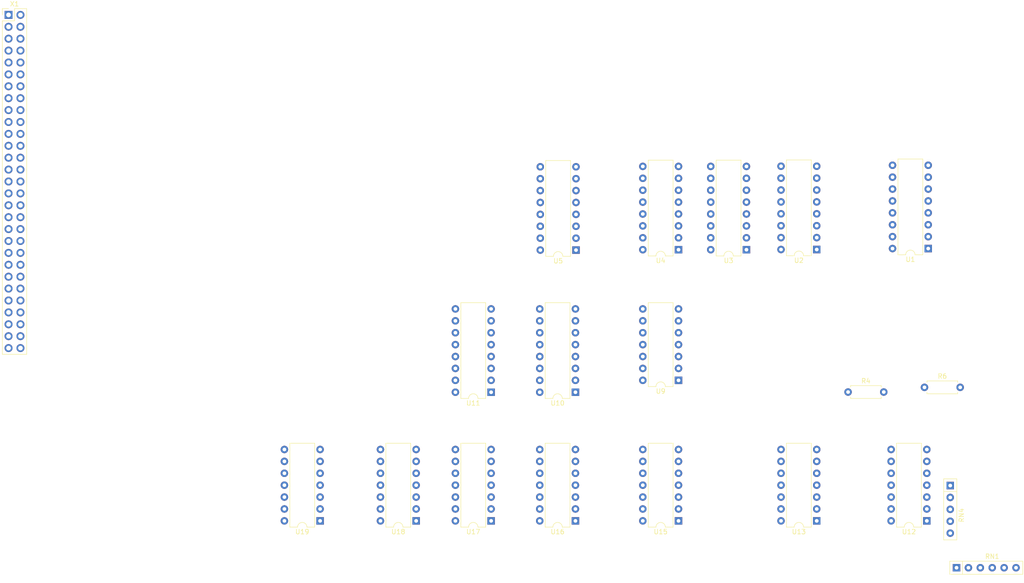
<source format=kicad_pcb>
(kicad_pcb (version 20240108) (generator "pcbnew") (generator_version "8.0")
  (layers (0 "F.Cu" signal) (31 "B.Cu" signal) (34 "B.Paste" user) (35 "F.Paste" user) (36 "B.SilkS" user "B.Silkscreen") (37 "F.SilkS" user "F.Silkscreen") (38 "B.Mask" user) (39 "F.Mask" user) (44 "Edge.Cuts" user))
  (net 0 "")
  (net 93 "Net-(U2-A)")
  (net 94 "Net-(U3-A)")
  (net 96 "Net-(U12-1A)")
  (net 103 "GND")
  (net 104 "Net-(U12-1B)")
  (net 110 "/Driver/{slash}UNIT-SELECT")
  (net 117 "/Driver/UNIT-SELECT")
  (net 146 "-5V")
  (net 151 "+5V")
  (net 154 "Net-(U12-2B)")
  (net 173 "Net-(U12-2A)")
  (net 175 "Net-(U12-1G)")
  (footprint "Package_DIP:DIP-14_W7.62mm" (layer "F.Cu") (at 148.5 128.5 180)
    (property "Reference" "U17" (at 3.81 -2.33 360) (layer "F.SilkS"))
    (property "Value" "SN75110")
    (fp_line (start 6.46 16.57) (end 6.46 -1.33) (stroke (width 0.12)) (layer "F.SilkS"))
    (fp_line (start 6.46 -1.33) (end 4.81 -1.33) (stroke (width 0.12)) (layer "F.SilkS"))
    (fp_line (start 2.81 -1.33) (end 1.16 -1.33) (stroke (width 0.12)) (layer "F.SilkS"))
    (fp_line (start 1.16 16.57) (end 6.46 16.57) (stroke (width 0.12)) (layer "F.SilkS"))
    (fp_line (start 1.16 -1.33) (end 1.16 16.57) (stroke (width 0.12)) (layer "F.SilkS"))
    (fp_arc (start 4.81 -1.33) (mid 3.81 -0.33) (end 2.81 -1.33) (stroke (width 0.12)) (layer "F.SilkS"))
    (pad "1" thru_hole rect (at 0 0 180) (size 1.6 1.6) (drill 0.8) (layers "*.Cu" "*.Mask"))
    (pad "2" thru_hole oval (at 0 2.54 180) (size 1.6 1.6) (drill 0.8) (layers "*.Cu" "*.Mask"))
    (pad "3" thru_hole oval (at 0 5.08 180) (size 1.6 1.6) (drill 0.8) (layers "*.Cu" "*.Mask"))
    (pad "4" thru_hole oval (at 0 7.62 180) (size 1.6 1.6) (drill 0.8) (layers "*.Cu" "*.Mask"))
    (pad "5" thru_hole oval (at 0 10.16 180) (size 1.6 1.6) (drill 0.8) (layers "*.Cu" "*.Mask"))
    (pad "6" thru_hole oval (at 0 12.7 180) (size 1.6 1.6) (drill 0.8) (layers "*.Cu" "*.Mask"))
    (pad "7" thru_hole oval (at 0 15.24 180) (size 1.6 1.6) (drill 0.8) (layers "*.Cu" "*.Mask") (net 103 "GND"))
    (pad "8" thru_hole oval (at 7.62 15.24 180) (size 1.6 1.6) (drill 0.8) (layers "*.Cu" "*.Mask"))
    (pad "9" thru_hole oval (at 7.62 12.7 180) (size 1.6 1.6) (drill 0.8) (layers "*.Cu" "*.Mask"))
    (pad "10" thru_hole oval (at 7.62 10.16 180) (size 1.6 1.6) (drill 0.8) (layers "*.Cu" "*.Mask"))
    (pad "11" thru_hole oval (at 7.62 7.62 180) (size 1.6 1.6) (drill 0.8) (layers "*.Cu" "*.Mask") (net 146 "-5V"))
    (pad "12" thru_hole oval (at 7.62 5.08 180) (size 1.6 1.6) (drill 0.8) (layers "*.Cu" "*.Mask"))
    (pad "13" thru_hole oval (at 7.62 2.54 180) (size 1.6 1.6) (drill 0.8) (layers "*.Cu" "*.Mask"))
    (pad "14" thru_hole oval (at 7.62 0 180) (size 1.6 1.6) (drill 0.8) (layers "*.Cu" "*.Mask") (net 151 "+5V"))
  )
  (footprint "Resistor_THT:R_Array_SIP6" (layer "F.Cu") (at 247.84 138.5)
    (property "Reference" "RN1" (at 7.62 -2.4 0) (layer "F.SilkS"))
    (property "Value" "68Ω")
    (fp_line (start -1.44 -1.4) (end -1.44 1.4) (stroke (width 0.12)) (layer "F.SilkS"))
    (fp_line (start -1.44 1.4) (end 14.14 1.4) (stroke (width 0.12)) (layer "F.SilkS"))
    (fp_line (start 1.27 -1.4) (end 1.27 1.4) (stroke (width 0.12)) (layer "F.SilkS"))
    (fp_line (start 14.14 -1.4) (end -1.44 -1.4) (stroke (width 0.12)) (layer "F.SilkS"))
    (fp_line (start 14.14 1.4) (end 14.14 -1.4) (stroke (width 0.12)) (layer "F.SilkS"))
    (pad "1" thru_hole rect (at 0 0) (size 1.6 1.6) (drill 0.8) (layers "*.Cu" "*.Mask"))
    (pad "2" thru_hole oval (at 2.54 0) (size 1.6 1.6) (drill 0.8) (layers "*.Cu" "*.Mask"))
    (pad "3" thru_hole oval (at 5.08 0) (size 1.6 1.6) (drill 0.8) (layers "*.Cu" "*.Mask"))
    (pad "4" thru_hole oval (at 7.62 0) (size 1.6 1.6) (drill 0.8) (layers "*.Cu" "*.Mask"))
    (pad "5" thru_hole oval (at 10.16 0) (size 1.6 1.6) (drill 0.8) (layers "*.Cu" "*.Mask"))
    (pad "6" thru_hole oval (at 12.7 0) (size 1.6 1.6) (drill 0.8) (layers "*.Cu" "*.Mask"))
  )
  (footprint "Package_DIP:DIP-16_W7.62mm" (layer "F.Cu") (at 203 70.62 180)
    (property "Reference" "U3" (at 3.81 -2.33 0) (layer "F.SilkS"))
    (property "Value" "74LS193")
    (fp_line (start 6.46 19.11) (end 6.46 -1.33) (stroke (width 0.12)) (layer "F.SilkS"))
    (fp_line (start 6.46 -1.33) (end 4.81 -1.33) (stroke (width 0.12)) (layer "F.SilkS"))
    (fp_line (start 2.81 -1.33) (end 1.16 -1.33) (stroke (width 0.12)) (layer "F.SilkS"))
    (fp_line (start 1.16 19.11) (end 6.46 19.11) (stroke (width 0.12)) (layer "F.SilkS"))
    (fp_line (start 1.16 -1.33) (end 1.16 19.11) (stroke (width 0.12)) (layer "F.SilkS"))
    (fp_arc (start 4.81 -1.33) (mid 3.81 -0.33) (end 2.81 -1.33) (stroke (width 0.12)) (layer "F.SilkS"))
    (pad "1" thru_hole rect (at 0 0 180) (size 1.6 1.6) (drill 0.8) (layers "*.Cu" "*.Mask") (net 93 "Net-(U2-A)"))
    (pad "2" thru_hole oval (at 0 2.54 180) (size 1.6 1.6) (drill 0.8) (layers "*.Cu" "*.Mask"))
    (pad "3" thru_hole oval (at 0 5.08 180) (size 1.6 1.6) (drill 0.8) (layers "*.Cu" "*.Mask"))
    (pad "4" thru_hole oval (at 0 7.62 180) (size 1.6 1.6) (drill 0.8) (layers "*.Cu" "*.Mask"))
    (pad "5" thru_hole oval (at 0 10.16 180) (size 1.6 1.6) (drill 0.8) (layers "*.Cu" "*.Mask"))
    (pad "6" thru_hole oval (at 0 12.7 180) (size 1.6 1.6) (drill 0.8) (layers "*.Cu" "*.Mask"))
    (pad "7" thru_hole oval (at 0 15.24 180) (size 1.6 1.6) (drill 0.8) (layers "*.Cu" "*.Mask"))
    (pad "8" thru_hole oval (at 0 17.78 180) (size 1.6 1.6) (drill 0.8) (layers "*.Cu" "*.Mask"))
    (pad "9" thru_hole oval (at 7.62 17.78 180) (size 1.6 1.6) (drill 0.8) (layers "*.Cu" "*.Mask"))
    (pad "10" thru_hole oval (at 7.62 15.24 180) (size 1.6 1.6) (drill 0.8) (layers "*.Cu" "*.Mask"))
    (pad "11" thru_hole oval (at 7.62 12.7 180) (size 1.6 1.6) (drill 0.8) (layers "*.Cu" "*.Mask"))
    (pad "12" thru_hole oval (at 7.62 10.16 180) (size 1.6 1.6) (drill 0.8) (layers "*.Cu" "*.Mask"))
    (pad "13" thru_hole oval (at 7.62 7.62 180) (size 1.6 1.6) (drill 0.8) (layers "*.Cu" "*.Mask"))
    (pad "14" thru_hole oval (at 7.62 5.08 180) (size 1.6 1.6) (drill 0.8) (layers "*.Cu" "*.Mask"))
    (pad "15" thru_hole oval (at 7.62 2.54 180) (size 1.6 1.6) (drill 0.8) (layers "*.Cu" "*.Mask") (net 94 "Net-(U3-A)"))
    (pad "16" thru_hole oval (at 7.62 0 180) (size 1.6 1.6) (drill 0.8) (layers "*.Cu" "*.Mask"))
  )
  (footprint "Resistor_THT:R_Axial_DIN0207_L6.3mm_D2.5mm_P7.62mm_Horizontal" (layer "F.Cu") (at 224.69 101)
    (property "Reference" "R4" (at 3.81 -2.37 0) (layer "F.SilkS"))
    (property "Value" "470Ω")
    (fp_line (start 0.54 -1.37) (end 7.08 -1.37) (stroke (width 0.12)) (layer "F.SilkS"))
    (fp_line (start 0.54 -1.04) (end 0.54 -1.37) (stroke (width 0.12)) (layer "F.SilkS"))
    (fp_line (start 0.54 1.04) (end 0.54 1.37) (stroke (width 0.12)) (layer "F.SilkS"))
    (fp_line (start 0.54 1.37) (end 7.08 1.37) (stroke (width 0.12)) (layer "F.SilkS"))
    (fp_line (start 7.08 -1.37) (end 7.08 -1.04) (stroke (width 0.12)) (layer "F.SilkS"))
    (fp_line (start 7.08 1.37) (end 7.08 1.04) (stroke (width 0.12)) (layer "F.SilkS"))
    (pad "1" thru_hole circle (at 0 0) (size 1.6 1.6) (drill 0.8) (layers "*.Cu" "*.Mask") (net 154 "Net-(U12-2B)"))
    (pad "2" thru_hole oval (at 7.62 0) (size 1.6 1.6) (drill 0.8) (layers "*.Cu" "*.Mask"))
  )
  (footprint "Package_DIP:DIP-14_W7.62mm" (layer "F.Cu") (at 166.5 128.5 180)
    (property "Reference" "U16" (at 3.81 -2.33 360) (layer "F.SilkS"))
    (property "Value" "SN75110")
    (fp_line (start 6.46 16.57) (end 6.46 -1.33) (stroke (width 0.12)) (layer "F.SilkS"))
    (fp_line (start 6.46 -1.33) (end 4.81 -1.33) (stroke (width 0.12)) (layer "F.SilkS"))
    (fp_line (start 2.81 -1.33) (end 1.16 -1.33) (stroke (width 0.12)) (layer "F.SilkS"))
    (fp_line (start 1.16 16.57) (end 6.46 16.57) (stroke (width 0.12)) (layer "F.SilkS"))
    (fp_line (start 1.16 -1.33) (end 1.16 16.57) (stroke (width 0.12)) (layer "F.SilkS"))
    (fp_arc (start 4.81 -1.33) (mid 3.81 -0.33) (end 2.81 -1.33) (stroke (width 0.12)) (layer "F.SilkS"))
    (pad "1" thru_hole rect (at 0 0 180) (size 1.6 1.6) (drill 0.8) (layers "*.Cu" "*.Mask"))
    (pad "2" thru_hole oval (at 0 2.54 180) (size 1.6 1.6) (drill 0.8) (layers "*.Cu" "*.Mask"))
    (pad "3" thru_hole oval (at 0 5.08 180) (size 1.6 1.6) (drill 0.8) (layers "*.Cu" "*.Mask"))
    (pad "4" thru_hole oval (at 0 7.62 180) (size 1.6 1.6) (drill 0.8) (layers "*.Cu" "*.Mask"))
    (pad "5" thru_hole oval (at 0 10.16 180) (size 1.6 1.6) (drill 0.8) (layers "*.Cu" "*.Mask"))
    (pad "6" thru_hole oval (at 0 12.7 180) (size 1.6 1.6) (drill 0.8) (layers "*.Cu" "*.Mask"))
    (pad "7" thru_hole oval (at 0 15.24 180) (size 1.6 1.6) (drill 0.8) (layers "*.Cu" "*.Mask") (net 103 "GND"))
    (pad "8" thru_hole oval (at 7.62 15.24 180) (size 1.6 1.6) (drill 0.8) (layers "*.Cu" "*.Mask"))
    (pad "9" thru_hole oval (at 7.62 12.7 180) (size 1.6 1.6) (drill 0.8) (layers "*.Cu" "*.Mask"))
    (pad "10" thru_hole oval (at 7.62 10.16 180) (size 1.6 1.6) (drill 0.8) (layers "*.Cu" "*.Mask"))
    (pad "11" thru_hole oval (at 7.62 7.62 180) (size 1.6 1.6) (drill 0.8) (layers "*.Cu" "*.Mask") (net 146 "-5V"))
    (pad "12" thru_hole oval (at 7.62 5.08 180) (size 1.6 1.6) (drill 0.8) (layers "*.Cu" "*.Mask"))
    (pad "13" thru_hole oval (at 7.62 2.54 180) (size 1.6 1.6) (drill 0.8) (layers "*.Cu" "*.Mask"))
    (pad "14" thru_hole oval (at 7.62 0 180) (size 1.6 1.6) (drill 0.8) (layers "*.Cu" "*.Mask") (net 151 "+5V"))
  )
  (footprint "Package_DIP:DIP-14_W7.62mm" (layer "F.Cu") (at 241.5 128.5 180)
    (property "Reference" "U12" (at 3.81 -2.33 360) (layer "F.SilkS"))
    (property "Value" "SN75107")
    (fp_line (start 6.46 16.57) (end 6.46 -1.33) (stroke (width 0.12)) (layer "F.SilkS"))
    (fp_line (start 6.46 -1.33) (end 4.81 -1.33) (stroke (width 0.12)) (layer "F.SilkS"))
    (fp_line (start 2.81 -1.33) (end 1.16 -1.33) (stroke (width 0.12)) (layer "F.SilkS"))
    (fp_line (start 1.16 16.57) (end 6.46 16.57) (stroke (width 0.12)) (layer "F.SilkS"))
    (fp_line (start 1.16 -1.33) (end 1.16 16.57) (stroke (width 0.12)) (layer "F.SilkS"))
    (fp_arc (start 4.81 -1.33) (mid 3.81 -0.33) (end 2.81 -1.33) (stroke (width 0.12)) (layer "F.SilkS"))
    (pad "1" thru_hole rect (at 0 0 180) (size 1.6 1.6) (drill 0.8) (layers "*.Cu" "*.Mask") (net 96 "Net-(U12-1A)"))
    (pad "2" thru_hole oval (at 0 2.54 180) (size 1.6 1.6) (drill 0.8) (layers "*.Cu" "*.Mask") (net 104 "Net-(U12-1B)"))
    (pad "3" thru_hole oval (at 0 5.08 180) (size 1.6 1.6) (drill 0.8) (layers "*.Cu" "*.Mask"))
    (pad "4" thru_hole oval (at 0 7.62 180) (size 1.6 1.6) (drill 0.8) (layers "*.Cu" "*.Mask"))
    (pad "5" thru_hole oval (at 0 10.16 180) (size 1.6 1.6) (drill 0.8) (layers "*.Cu" "*.Mask") (net 175 "Net-(U12-1G)"))
    (pad "6" thru_hole oval (at 0 12.7 180) (size 1.6 1.6) (drill 0.8) (layers "*.Cu" "*.Mask") (net 175 "Net-(U12-1G)"))
    (pad "7" thru_hole oval (at 0 15.24 180) (size 1.6 1.6) (drill 0.8) (layers "*.Cu" "*.Mask") (net 103 "GND"))
    (pad "8" thru_hole oval (at 7.62 15.24 180) (size 1.6 1.6) (drill 0.8) (layers "*.Cu" "*.Mask"))
    (pad "9" thru_hole oval (at 7.62 12.7 180) (size 1.6 1.6) (drill 0.8) (layers "*.Cu" "*.Mask"))
    (pad "10" thru_hole oval (at 7.62 10.16 180) (size 1.6 1.6) (drill 0.8) (layers "*.Cu" "*.Mask"))
    (pad "11" thru_hole oval (at 7.62 7.62 180) (size 1.6 1.6) (drill 0.8) (layers "*.Cu" "*.Mask") (net 154 "Net-(U12-2B)"))
    (pad "12" thru_hole oval (at 7.62 5.08 180) (size 1.6 1.6) (drill 0.8) (layers "*.Cu" "*.Mask") (net 173 "Net-(U12-2A)"))
    (pad "13" thru_hole oval (at 7.62 2.54 180) (size 1.6 1.6) (drill 0.8) (layers "*.Cu" "*.Mask") (net 146 "-5V"))
    (pad "14" thru_hole oval (at 7.62 0 180) (size 1.6 1.6) (drill 0.8) (layers "*.Cu" "*.Mask") (net 151 "+5V"))
  )
  (footprint "Package_DIP:DIP-16_W7.62mm" (layer "F.Cu") (at 241.8 70.375 180)
    (property "Reference" "U1" (at 3.81 -2.33 0) (layer "F.SilkS"))
    (property "Value" "74LS193")
    (fp_line (start 6.46 19.11) (end 6.46 -1.33) (stroke (width 0.12)) (layer "F.SilkS"))
    (fp_line (start 6.46 -1.33) (end 4.81 -1.33) (stroke (width 0.12)) (layer "F.SilkS"))
    (fp_line (start 2.81 -1.33) (end 1.16 -1.33) (stroke (width 0.12)) (layer "F.SilkS"))
    (fp_line (start 1.16 19.11) (end 6.46 19.11) (stroke (width 0.12)) (layer "F.SilkS"))
    (fp_line (start 1.16 -1.33) (end 1.16 19.11) (stroke (width 0.12)) (layer "F.SilkS"))
    (fp_arc (start 4.81 -1.33) (mid 3.81 -0.33) (end 2.81 -1.33) (stroke (width 0.12)) (layer "F.SilkS"))
    (pad "1" thru_hole rect (at 0 0 180) (size 1.6 1.6) (drill 0.8) (layers "*.Cu" "*.Mask"))
    (pad "2" thru_hole oval (at 0 2.54 180) (size 1.6 1.6) (drill 0.8) (layers "*.Cu" "*.Mask"))
    (pad "3" thru_hole oval (at 0 5.08 180) (size 1.6 1.6) (drill 0.8) (layers "*.Cu" "*.Mask"))
    (pad "4" thru_hole oval (at 0 7.62 180) (size 1.6 1.6) (drill 0.8) (layers "*.Cu" "*.Mask"))
    (pad "5" thru_hole oval (at 0 10.16 180) (size 1.6 1.6) (drill 0.8) (layers "*.Cu" "*.Mask"))
    (pad "6" thru_hole oval (at 0 12.7 180) (size 1.6 1.6) (drill 0.8) (layers "*.Cu" "*.Mask"))
    (pad "7" thru_hole oval (at 0 15.24 180) (size 1.6 1.6) (drill 0.8) (layers "*.Cu" "*.Mask"))
    (pad "8" thru_hole oval (at 0 17.78 180) (size 1.6 1.6) (drill 0.8) (layers "*.Cu" "*.Mask"))
    (pad "9" thru_hole oval (at 7.62 17.78 180) (size 1.6 1.6) (drill 0.8) (layers "*.Cu" "*.Mask"))
    (pad "10" thru_hole oval (at 7.62 15.24 180) (size 1.6 1.6) (drill 0.8) (layers "*.Cu" "*.Mask"))
    (pad "11" thru_hole oval (at 7.62 12.7 180) (size 1.6 1.6) (drill 0.8) (layers "*.Cu" "*.Mask"))
    (pad "12" thru_hole oval (at 7.62 10.16 180) (size 1.6 1.6) (drill 0.8) (layers "*.Cu" "*.Mask"))
    (pad "13" thru_hole oval (at 7.62 7.62 180) (size 1.6 1.6) (drill 0.8) (layers "*.Cu" "*.Mask"))
    (pad "14" thru_hole oval (at 7.62 5.08 180) (size 1.6 1.6) (drill 0.8) (layers "*.Cu" "*.Mask"))
    (pad "15" thru_hole oval (at 7.62 2.54 180) (size 1.6 1.6) (drill 0.8) (layers "*.Cu" "*.Mask"))
    (pad "16" thru_hole oval (at 7.62 0 180) (size 1.6 1.6) (drill 0.8) (layers "*.Cu" "*.Mask"))
  )
  (footprint "Connector_PinHeader_2.54mm:PinHeader_2x29_P2.54mm_Vertical" (layer "F.Cu") (at 45.5 20.5)
    (property "Reference" "X1" (at 1.27 -2.33 0) (layer "F.SilkS"))
    (property "Value" "EFS29")
    (fp_line (start -1.33 -1.33) (end 0 -1.33) (stroke (width 0.12)) (layer "F.SilkS"))
    (fp_line (start -1.33 0) (end -1.33 -1.33) (stroke (width 0.12)) (layer "F.SilkS"))
    (fp_line (start -1.33 1.27) (end -1.33 72.45) (stroke (width 0.12)) (layer "F.SilkS"))
    (fp_line (start -1.33 1.27) (end 1.27 1.27) (stroke (width 0.12)) (layer "F.SilkS"))
    (fp_line (start -1.33 72.45) (end 3.87 72.45) (stroke (width 0.12)) (layer "F.SilkS"))
    (fp_line (start 1.27 -1.33) (end 3.87 -1.33) (stroke (width 0.12)) (layer "F.SilkS"))
    (fp_line (start 1.27 1.27) (end 1.27 -1.33) (stroke (width 0.12)) (layer "F.SilkS"))
    (fp_line (start 3.87 -1.33) (end 3.87 72.45) (stroke (width 0.12)) (layer "F.SilkS"))
    (pad "1" thru_hole rect (at 0 0) (size 1.7 1.7) (drill 1) (layers "*.Cu" "*.Mask"))
    (pad "2" thru_hole oval (at 2.54 0) (size 1.7 1.7) (drill 1) (layers "*.Cu" "*.Mask"))
    (pad "3" thru_hole oval (at 0 2.54) (size 1.7 1.7) (drill 1) (layers "*.Cu" "*.Mask"))
    (pad "4" thru_hole oval (at 2.54 2.54) (size 1.7 1.7) (drill 1) (layers "*.Cu" "*.Mask"))
    (pad "5" thru_hole oval (at 0 5.08) (size 1.7 1.7) (drill 1) (layers "*.Cu" "*.Mask"))
    (pad "6" thru_hole oval (at 2.54 5.08) (size 1.7 1.7) (drill 1) (layers "*.Cu" "*.Mask"))
    (pad "7" thru_hole oval (at 0 7.62) (size 1.7 1.7) (drill 1) (layers "*.Cu" "*.Mask"))
    (pad "8" thru_hole oval (at 2.54 7.62) (size 1.7 1.7) (drill 1) (layers "*.Cu" "*.Mask"))
    (pad "9" thru_hole oval (at 0 10.16) (size 1.7 1.7) (drill 1) (layers "*.Cu" "*.Mask"))
    (pad "10" thru_hole oval (at 2.54 10.16) (size 1.7 1.7) (drill 1) (layers "*.Cu" "*.Mask"))
    (pad "11" thru_hole oval (at 0 12.7) (size 1.7 1.7) (drill 1) (layers "*.Cu" "*.Mask"))
    (pad "12" thru_hole oval (at 2.54 12.7) (size 1.7 1.7) (drill 1) (layers "*.Cu" "*.Mask"))
    (pad "13" thru_hole oval (at 0 15.24) (size 1.7 1.7) (drill 1) (layers "*.Cu" "*.Mask"))
    (pad "14" thru_hole oval (at 2.54 15.24) (size 1.7 1.7) (drill 1) (layers "*.Cu" "*.Mask"))
    (pad "15" thru_hole oval (at 0 17.78) (size 1.7 1.7) (drill 1) (layers "*.Cu" "*.Mask"))
    (pad "16" thru_hole oval (at 2.54 17.78) (size 1.7 1.7) (drill 1) (layers "*.Cu" "*.Mask"))
    (pad "17" thru_hole oval (at 0 20.32) (size 1.7 1.7) (drill 1) (layers "*.Cu" "*.Mask"))
    (pad "18" thru_hole oval (at 2.54 20.32) (size 1.7 1.7) (drill 1) (layers "*.Cu" "*.Mask"))
    (pad "19" thru_hole oval (at 0 22.86) (size 1.7 1.7) (drill 1) (layers "*.Cu" "*.Mask"))
    (pad "20" thru_hole oval (at 2.54 22.86) (size 1.7 1.7) (drill 1) (layers "*.Cu" "*.Mask"))
    (pad "21" thru_hole oval (at 0 25.4) (size 1.7 1.7) (drill 1) (layers "*.Cu" "*.Mask"))
    (pad "22" thru_hole oval (at 2.54 25.4) (size 1.7 1.7) (drill 1) (layers "*.Cu" "*.Mask"))
    (pad "23" thru_hole oval (at 0 27.94) (size 1.7 1.7) (drill 1) (layers "*.Cu" "*.Mask"))
    (pad "24" thru_hole oval (at 2.54 27.94) (size 1.7 1.7) (drill 1) (layers "*.Cu" "*.Mask"))
    (pad "25" thru_hole oval (at 0 30.48) (size 1.7 1.7) (drill 1) (layers "*.Cu" "*.Mask"))
    (pad "26" thru_hole oval (at 2.54 30.48) (size 1.7 1.7) (drill 1) (layers "*.Cu" "*.Mask"))
    (pad "27" thru_hole oval (at 0 33.02) (size 1.7 1.7) (drill 1) (layers "*.Cu" "*.Mask"))
    (pad "28" thru_hole oval (at 2.54 33.02) (size 1.7 1.7) (drill 1) (layers "*.Cu" "*.Mask"))
    (pad "29" thru_hole oval (at 0 35.56) (size 1.7 1.7) (drill 1) (layers "*.Cu" "*.Mask"))
    (pad "30" thru_hole oval (at 2.54 35.56) (size 1.7 1.7) (drill 1) (layers "*.Cu" "*.Mask"))
    (pad "31" thru_hole oval (at 0 38.1) (size 1.7 1.7) (drill 1) (layers "*.Cu" "*.Mask"))
    (pad "32" thru_hole oval (at 2.54 38.1) (size 1.7 1.7) (drill 1) (layers "*.Cu" "*.Mask"))
    (pad "33" thru_hole oval (at 0 40.64) (size 1.7 1.7) (drill 1) (layers "*.Cu" "*.Mask"))
    (pad "34" thru_hole oval (at 2.54 40.64) (size 1.7 1.7) (drill 1) (layers "*.Cu" "*.Mask"))
    (pad "35" thru_hole oval (at 0 43.18) (size 1.7 1.7) (drill 1) (layers "*.Cu" "*.Mask"))
    (pad "36" thru_hole oval (at 2.54 43.18) (size 1.7 1.7) (drill 1) (layers "*.Cu" "*.Mask"))
    (pad "37" thru_hole oval (at 0 45.72) (size 1.7 1.7) (drill 1) (layers "*.Cu" "*.Mask"))
    (pad "38" thru_hole oval (at 2.54 45.72) (size 1.7 1.7) (drill 1) (layers "*.Cu" "*.Mask"))
    (pad "39" thru_hole oval (at 0 48.26) (size 1.7 1.7) (drill 1) (layers "*.Cu" "*.Mask"))
    (pad "40" thru_hole oval (at 2.54 48.26) (size 1.7 1.7) (drill 1) (layers "*.Cu" "*.Mask"))
    (pad "41" thru_hole oval (at 0 50.8) (size 1.7 1.7) (drill 1) (layers "*.Cu" "*.Mask"))
    (pad "42" thru_hole oval (at 2.54 50.8) (size 1.7 1.7) (drill 1) (layers "*.Cu" "*.Mask"))
    (pad "43" thru_hole oval (at 0 53.34) (size 1.7 1.7) (drill 1) (layers "*.Cu" "*.Mask"))
    (pad "44" thru_hole oval (at 2.54 53.34) (size 1.7 1.7) (drill 1) (layers "*.Cu" "*.Mask"))
    (pad "45" thru_hole oval (at 0 55.88) (size 1.7 1.7) (drill 1) (layers "*.Cu" "*.Mask"))
    (pad "46" thru_hole oval (at 2.54 55.88) (size 1.7 1.7) (drill 1) (layers "*.Cu" "*.Mask"))
    (pad "47" thru_hole oval (at 0 58.42) (size 1.7 1.7) (drill 1) (layers "*.Cu" "*.Mask"))
    (pad "48" thru_hole oval (at 2.54 58.42) (size 1.7 1.7) (drill 1) (layers "*.Cu" "*.Mask"))
    (pad "49" thru_hole oval (at 0 60.96) (size 1.7 1.7) (drill 1) (layers "*.Cu" "*.Mask"))
    (pad "50" thru_hole oval (at 2.54 60.96) (size 1.7 1.7) (drill 1) (layers "*.Cu" "*.Mask"))
    (pad "51" thru_hole oval (at 0 63.5) (size 1.7 1.7) (drill 1) (layers "*.Cu" "*.Mask"))
    (pad "52" thru_hole oval (at 2.54 63.5) (size 1.7 1.7) (drill 1) (layers "*.Cu" "*.Mask"))
    (pad "53" thru_hole oval (at 0 66.04) (size 1.7 1.7) (drill 1) (layers "*.Cu" "*.Mask"))
    (pad "54" thru_hole oval (at 2.54 66.04) (size 1.7 1.7) (drill 1) (layers "*.Cu" "*.Mask"))
    (pad "55" thru_hole oval (at 0 68.58) (size 1.7 1.7) (drill 1) (layers "*.Cu" "*.Mask"))
    (pad "56" thru_hole oval (at 2.54 68.58) (size 1.7 1.7) (drill 1) (layers "*.Cu" "*.Mask"))
    (pad "57" thru_hole oval (at 0 71.12) (size 1.7 1.7) (drill 1) (layers "*.Cu" "*.Mask"))
    (pad "58" thru_hole oval (at 2.54 71.12) (size 1.7 1.7) (drill 1) (layers "*.Cu" "*.Mask"))
  )
  (footprint "Package_DIP:DIP-14_W7.62mm" (layer "F.Cu") (at 132.5 128.5 180)
    (property "Reference" "U18" (at 3.81 -2.33 360) (layer "F.SilkS"))
    (property "Value" "SN75110")
    (fp_line (start 6.46 16.57) (end 6.46 -1.33) (stroke (width 0.12)) (layer "F.SilkS"))
    (fp_line (start 6.46 -1.33) (end 4.81 -1.33) (stroke (width 0.12)) (layer "F.SilkS"))
    (fp_line (start 2.81 -1.33) (end 1.16 -1.33) (stroke (width 0.12)) (layer "F.SilkS"))
    (fp_line (start 1.16 16.57) (end 6.46 16.57) (stroke (width 0.12)) (layer "F.SilkS"))
    (fp_line (start 1.16 -1.33) (end 1.16 16.57) (stroke (width 0.12)) (layer "F.SilkS"))
    (fp_arc (start 4.81 -1.33) (mid 3.81 -0.33) (end 2.81 -1.33) (stroke (width 0.12)) (layer "F.SilkS"))
    (pad "1" thru_hole rect (at 0 0 180) (size 1.6 1.6) (drill 0.8) (layers "*.Cu" "*.Mask"))
    (pad "2" thru_hole oval (at 0 2.54 180) (size 1.6 1.6) (drill 0.8) (layers "*.Cu" "*.Mask"))
    (pad "3" thru_hole oval (at 0 5.08 180) (size 1.6 1.6) (drill 0.8) (layers "*.Cu" "*.Mask"))
    (pad "4" thru_hole oval (at 0 7.62 180) (size 1.6 1.6) (drill 0.8) (layers "*.Cu" "*.Mask"))
    (pad "5" thru_hole oval (at 0 10.16 180) (size 1.6 1.6) (drill 0.8) (layers "*.Cu" "*.Mask"))
    (pad "6" thru_hole oval (at 0 12.7 180) (size 1.6 1.6) (drill 0.8) (layers "*.Cu" "*.Mask"))
    (pad "7" thru_hole oval (at 0 15.24 180) (size 1.6 1.6) (drill 0.8) (layers "*.Cu" "*.Mask") (net 103 "GND"))
    (pad "8" thru_hole oval (at 7.62 15.24 180) (size 1.6 1.6) (drill 0.8) (layers "*.Cu" "*.Mask"))
    (pad "9" thru_hole oval (at 7.62 12.7 180) (size 1.6 1.6) (drill 0.8) (layers "*.Cu" "*.Mask"))
    (pad "10" thru_hole oval (at 7.62 10.16 180) (size 1.6 1.6) (drill 0.8) (layers "*.Cu" "*.Mask"))
    (pad "11" thru_hole oval (at 7.62 7.62 180) (size 1.6 1.6) (drill 0.8) (layers "*.Cu" "*.Mask") (net 146 "-5V"))
    (pad "12" thru_hole oval (at 7.62 5.08 180) (size 1.6 1.6) (drill 0.8) (layers "*.Cu" "*.Mask"))
    (pad "13" thru_hole oval (at 7.62 2.54 180) (size 1.6 1.6) (drill 0.8) (layers "*.Cu" "*.Mask"))
    (pad "14" thru_hole oval (at 7.62 0 180) (size 1.6 1.6) (drill 0.8) (layers "*.Cu" "*.Mask") (net 151 "+5V"))
  )
  (footprint "Package_DIP:DIP-16_W7.62mm" (layer "F.Cu") (at 166.5 101.04 180)
    (property "Reference" "U10" (at 3.81 -2.33 360) (layer "F.SilkS"))
    (property "Value" "74LS123")
    (fp_line (start 6.46 19.11) (end 6.46 -1.33) (stroke (width 0.12)) (layer "F.SilkS"))
    (fp_line (start 6.46 -1.33) (end 4.81 -1.33) (stroke (width 0.12)) (layer "F.SilkS"))
    (fp_line (start 2.81 -1.33) (end 1.16 -1.33) (stroke (width 0.12)) (layer "F.SilkS"))
    (fp_line (start 1.16 19.11) (end 6.46 19.11) (stroke (width 0.12)) (layer "F.SilkS"))
    (fp_line (start 1.16 -1.33) (end 1.16 19.11) (stroke (width 0.12)) (layer "F.SilkS"))
    (fp_arc (start 4.81 -1.33) (mid 3.81 -0.33) (end 2.81 -1.33) (stroke (width 0.12)) (layer "F.SilkS"))
    (pad "1" thru_hole rect (at 0 0 180) (size 1.6 1.6) (drill 0.8) (layers "*.Cu" "*.Mask"))
    (pad "2" thru_hole oval (at 0 2.54 180) (size 1.6 1.6) (drill 0.8) (layers "*.Cu" "*.Mask"))
    (pad "3" thru_hole oval (at 0 5.08 180) (size 1.6 1.6) (drill 0.8) (layers "*.Cu" "*.Mask"))
    (pad "4" thru_hole oval (at 0 7.62 180) (size 1.6 1.6) (drill 0.8) (layers "*.Cu" "*.Mask"))
    (pad "5" thru_hole oval (at 0 10.16 180) (size 1.6 1.6) (drill 0.8) (layers "*.Cu" "*.Mask"))
    (pad "6" thru_hole oval (at 0 12.7 180) (size 1.6 1.6) (drill 0.8) (layers "*.Cu" "*.Mask"))
    (pad "7" thru_hole oval (at 0 15.24 180) (size 1.6 1.6) (drill 0.8) (layers "*.Cu" "*.Mask"))
    (pad "8" thru_hole oval (at 0 17.78 180) (size 1.6 1.6) (drill 0.8) (layers "*.Cu" "*.Mask"))
    (pad "9" thru_hole oval (at 7.62 17.78 180) (size 1.6 1.6) (drill 0.8) (layers "*.Cu" "*.Mask"))
    (pad "10" thru_hole oval (at 7.62 15.24 180) (size 1.6 1.6) (drill 0.8) (layers "*.Cu" "*.Mask"))
    (pad "11" thru_hole oval (at 7.62 12.7 180) (size 1.6 1.6) (drill 0.8) (layers "*.Cu" "*.Mask"))
    (pad "12" thru_hole oval (at 7.62 10.16 180) (size 1.6 1.6) (drill 0.8) (layers "*.Cu" "*.Mask"))
    (pad "13" thru_hole oval (at 7.62 7.62 180) (size 1.6 1.6) (drill 0.8) (layers "*.Cu" "*.Mask"))
    (pad "14" thru_hole oval (at 7.62 5.08 180) (size 1.6 1.6) (drill 0.8) (layers "*.Cu" "*.Mask"))
    (pad "15" thru_hole oval (at 7.62 2.54 180) (size 1.6 1.6) (drill 0.8) (layers "*.Cu" "*.Mask"))
    (pad "16" thru_hole oval (at 7.62 0 180) (size 1.6 1.6) (drill 0.8) (layers "*.Cu" "*.Mask"))
  )
  (footprint "Package_DIP:DIP-14_W7.62mm" (layer "F.Cu") (at 218 128.5 180)
    (property "Reference" "U13" (at 3.81 -2.33 360) (layer "F.SilkS"))
    (property "Value" "SN75110")
    (fp_line (start 6.46 16.57) (end 6.46 -1.33) (stroke (width 0.12)) (layer "F.SilkS"))
    (fp_line (start 6.46 -1.33) (end 4.81 -1.33) (stroke (width 0.12)) (layer "F.SilkS"))
    (fp_line (start 2.81 -1.33) (end 1.16 -1.33) (stroke (width 0.12)) (layer "F.SilkS"))
    (fp_line (start 1.16 16.57) (end 6.46 16.57) (stroke (width 0.12)) (layer "F.SilkS"))
    (fp_line (start 1.16 -1.33) (end 1.16 16.57) (stroke (width 0.12)) (layer "F.SilkS"))
    (fp_arc (start 4.81 -1.33) (mid 3.81 -0.33) (end 2.81 -1.33) (stroke (width 0.12)) (layer "F.SilkS"))
    (pad "1" thru_hole rect (at 0 0 180) (size 1.6 1.6) (drill 0.8) (layers "*.Cu" "*.Mask"))
    (pad "2" thru_hole oval (at 0 2.54 180) (size 1.6 1.6) (drill 0.8) (layers "*.Cu" "*.Mask"))
    (pad "3" thru_hole oval (at 0 5.08 180) (size 1.6 1.6) (drill 0.8) (layers "*.Cu" "*.Mask"))
    (pad "4" thru_hole oval (at 0 7.62 180) (size 1.6 1.6) (drill 0.8) (layers "*.Cu" "*.Mask"))
    (pad "5" thru_hole oval (at 0 10.16 180) (size 1.6 1.6) (drill 0.8) (layers "*.Cu" "*.Mask"))
    (pad "6" thru_hole oval (at 0 12.7 180) (size 1.6 1.6) (drill 0.8) (layers "*.Cu" "*.Mask"))
    (pad "7" thru_hole oval (at 0 15.24 180) (size 1.6 1.6) (drill 0.8) (layers "*.Cu" "*.Mask") (net 103 "GND"))
    (pad "8" thru_hole oval (at 7.62 15.24 180) (size 1.6 1.6) (drill 0.8) (layers "*.Cu" "*.Mask"))
    (pad "9" thru_hole oval (at 7.62 12.7 180) (size 1.6 1.6) (drill 0.8) (layers "*.Cu" "*.Mask"))
    (pad "10" thru_hole oval (at 7.62 10.16 180) (size 1.6 1.6) (drill 0.8) (layers "*.Cu" "*.Mask"))
    (pad "11" thru_hole oval (at 7.62 7.62 180) (size 1.6 1.6) (drill 0.8) (layers "*.Cu" "*.Mask") (net 146 "-5V"))
    (pad "12" thru_hole oval (at 7.62 5.08 180) (size 1.6 1.6) (drill 0.8) (layers "*.Cu" "*.Mask"))
    (pad "13" thru_hole oval (at 7.62 2.54 180) (size 1.6 1.6) (drill 0.8) (layers "*.Cu" "*.Mask"))
    (pad "14" thru_hole oval (at 7.62 0 180) (size 1.6 1.6) (drill 0.8) (layers "*.Cu" "*.Mask") (net 151 "+5V"))
  )
  (footprint "Package_DIP:DIP-14_W7.62mm" (layer "F.Cu") (at 188.5 128.5 180)
    (property "Reference" "U15" (at 3.81 -2.33 360) (layer "F.SilkS"))
    (property "Value" "SN75110")
    (fp_line (start 6.46 16.57) (end 6.46 -1.33) (stroke (width 0.12)) (layer "F.SilkS"))
    (fp_line (start 6.46 -1.33) (end 4.81 -1.33) (stroke (width 0.12)) (layer "F.SilkS"))
    (fp_line (start 2.81 -1.33) (end 1.16 -1.33) (stroke (width 0.12)) (layer "F.SilkS"))
    (fp_line (start 1.16 16.57) (end 6.46 16.57) (stroke (width 0.12)) (layer "F.SilkS"))
    (fp_line (start 1.16 -1.33) (end 1.16 16.57) (stroke (width 0.12)) (layer "F.SilkS"))
    (fp_arc (start 4.81 -1.33) (mid 3.81 -0.33) (end 2.81 -1.33) (stroke (width 0.12)) (layer "F.SilkS"))
    (pad "1" thru_hole rect (at 0 0 180) (size 1.6 1.6) (drill 0.8) (layers "*.Cu" "*.Mask"))
    (pad "2" thru_hole oval (at 0 2.54 180) (size 1.6 1.6) (drill 0.8) (layers "*.Cu" "*.Mask"))
    (pad "3" thru_hole oval (at 0 5.08 180) (size 1.6 1.6) (drill 0.8) (layers "*.Cu" "*.Mask"))
    (pad "4" thru_hole oval (at 0 7.62 180) (size 1.6 1.6) (drill 0.8) (layers "*.Cu" "*.Mask"))
    (pad "5" thru_hole oval (at 0 10.16 180) (size 1.6 1.6) (drill 0.8) (layers "*.Cu" "*.Mask"))
    (pad "6" thru_hole oval (at 0 12.7 180) (size 1.6 1.6) (drill 0.8) (layers "*.Cu" "*.Mask"))
    (pad "7" thru_hole oval (at 0 15.24 180) (size 1.6 1.6) (drill 0.8) (layers "*.Cu" "*.Mask") (net 103 "GND"))
    (pad "8" thru_hole oval (at 7.62 15.24 180) (size 1.6 1.6) (drill 0.8) (layers "*.Cu" "*.Mask"))
    (pad "9" thru_hole oval (at 7.62 12.7 180) (size 1.6 1.6) (drill 0.8) (layers "*.Cu" "*.Mask"))
    (pad "10" thru_hole oval (at 7.62 10.16 180) (size 1.6 1.6) (drill 0.8) (layers "*.Cu" "*.Mask"))
    (pad "11" thru_hole oval (at 7.62 7.62 180) (size 1.6 1.6) (drill 0.8) (layers "*.Cu" "*.Mask") (net 146 "-5V"))
    (pad "12" thru_hole oval (at 7.62 5.08 180) (size 1.6 1.6) (drill 0.8) (layers "*.Cu" "*.Mask"))
    (pad "13" thru_hole oval (at 7.62 2.54 180) (size 1.6 1.6) (drill 0.8) (layers "*.Cu" "*.Mask"))
    (pad "14" thru_hole oval (at 7.62 0 180) (size 1.6 1.6) (drill 0.8) (layers "*.Cu" "*.Mask") (net 151 "+5V"))
  )
  (footprint "Package_DIP:DIP-14_W7.62mm" (layer "F.Cu") (at 112 128.5 180)
    (property "Reference" "U19" (at 3.81 -2.33 360) (layer "F.SilkS"))
    (property "Value" "SN75110")
    (fp_line (start 6.46 16.57) (end 6.46 -1.33) (stroke (width 0.12)) (layer "F.SilkS"))
    (fp_line (start 6.46 -1.33) (end 4.81 -1.33) (stroke (width 0.12)) (layer "F.SilkS"))
    (fp_line (start 2.81 -1.33) (end 1.16 -1.33) (stroke (width 0.12)) (layer "F.SilkS"))
    (fp_line (start 1.16 16.57) (end 6.46 16.57) (stroke (width 0.12)) (layer "F.SilkS"))
    (fp_line (start 1.16 -1.33) (end 1.16 16.57) (stroke (width 0.12)) (layer "F.SilkS"))
    (fp_arc (start 4.81 -1.33) (mid 3.81 -0.33) (end 2.81 -1.33) (stroke (width 0.12)) (layer "F.SilkS"))
    (pad "1" thru_hole rect (at 0 0 180) (size 1.6 1.6) (drill 0.8) (layers "*.Cu" "*.Mask"))
    (pad "2" thru_hole oval (at 0 2.54 180) (size 1.6 1.6) (drill 0.8) (layers "*.Cu" "*.Mask"))
    (pad "3" thru_hole oval (at 0 5.08 180) (size 1.6 1.6) (drill 0.8) (layers "*.Cu" "*.Mask"))
    (pad "4" thru_hole oval (at 0 7.62 180) (size 1.6 1.6) (drill 0.8) (layers "*.Cu" "*.Mask"))
    (pad "5" thru_hole oval (at 0 10.16 180) (size 1.6 1.6) (drill 0.8) (layers "*.Cu" "*.Mask"))
    (pad "6" thru_hole oval (at 0 12.7 180) (size 1.6 1.6) (drill 0.8) (layers "*.Cu" "*.Mask"))
    (pad "7" thru_hole oval (at 0 15.24 180) (size 1.6 1.6) (drill 0.8) (layers "*.Cu" "*.Mask") (net 103 "GND"))
    (pad "8" thru_hole oval (at 7.62 15.24 180) (size 1.6 1.6) (drill 0.8) (layers "*.Cu" "*.Mask"))
    (pad "9" thru_hole oval (at 7.62 12.7 180) (size 1.6 1.6) (drill 0.8) (layers "*.Cu" "*.Mask"))
    (pad "10" thru_hole oval (at 7.62 10.16 180) (size 1.6 1.6) (drill 0.8) (layers "*.Cu" "*.Mask"))
    (pad "11" thru_hole oval (at 7.62 7.62 180) (size 1.6 1.6) (drill 0.8) (layers "*.Cu" "*.Mask") (net 146 "-5V"))
    (pad "12" thru_hole oval (at 7.62 5.08 180) (size 1.6 1.6) (drill 0.8) (layers "*.Cu" "*.Mask"))
    (pad "13" thru_hole oval (at 7.62 2.54 180) (size 1.6 1.6) (drill 0.8) (layers "*.Cu" "*.Mask"))
    (pad "14" thru_hole oval (at 7.62 0 180) (size 1.6 1.6) (drill 0.8) (layers "*.Cu" "*.Mask") (net 151 "+5V"))
  )
  (footprint "Package_DIP:DIP-16_W7.62mm" (layer "F.Cu") (at 188.5 70.62 180)
    (property "Reference" "U4" (at 3.81 -2.33 0) (layer "F.SilkS"))
    (property "Value" "74LS193")
    (fp_line (start 6.46 19.11) (end 6.46 -1.33) (stroke (width 0.12)) (layer "F.SilkS"))
    (fp_line (start 6.46 -1.33) (end 4.81 -1.33) (stroke (width 0.12)) (layer "F.SilkS"))
    (fp_line (start 2.81 -1.33) (end 1.16 -1.33) (stroke (width 0.12)) (layer "F.SilkS"))
    (fp_line (start 1.16 19.11) (end 6.46 19.11) (stroke (width 0.12)) (layer "F.SilkS"))
    (fp_line (start 1.16 -1.33) (end 1.16 19.11) (stroke (width 0.12)) (layer "F.SilkS"))
    (fp_arc (start 4.81 -1.33) (mid 3.81 -0.33) (end 2.81 -1.33) (stroke (width 0.12)) (layer "F.SilkS"))
    (pad "1" thru_hole rect (at 0 0 180) (size 1.6 1.6) (drill 0.8) (layers "*.Cu" "*.Mask") (net 94 "Net-(U3-A)"))
    (pad "2" thru_hole oval (at 0 2.54 180) (size 1.6 1.6) (drill 0.8) (layers "*.Cu" "*.Mask"))
    (pad "3" thru_hole oval (at 0 5.08 180) (size 1.6 1.6) (drill 0.8) (layers "*.Cu" "*.Mask"))
    (pad "4" thru_hole oval (at 0 7.62 180) (size 1.6 1.6) (drill 0.8) (layers "*.Cu" "*.Mask"))
    (pad "5" thru_hole oval (at 0 10.16 180) (size 1.6 1.6) (drill 0.8) (layers "*.Cu" "*.Mask"))
    (pad "6" thru_hole oval (at 0 12.7 180) (size 1.6 1.6) (drill 0.8) (layers "*.Cu" "*.Mask"))
    (pad "7" thru_hole oval (at 0 15.24 180) (size 1.6 1.6) (drill 0.8) (layers "*.Cu" "*.Mask"))
    (pad "8" thru_hole oval (at 0 17.78 180) (size 1.6 1.6) (drill 0.8) (layers "*.Cu" "*.Mask"))
    (pad "9" thru_hole oval (at 7.62 17.78 180) (size 1.6 1.6) (drill 0.8) (layers "*.Cu" "*.Mask"))
    (pad "10" thru_hole oval (at 7.62 15.24 180) (size 1.6 1.6) (drill 0.8) (layers "*.Cu" "*.Mask"))
    (pad "11" thru_hole oval (at 7.62 12.7 180) (size 1.6 1.6) (drill 0.8) (layers "*.Cu" "*.Mask"))
    (pad "12" thru_hole oval (at 7.62 10.16 180) (size 1.6 1.6) (drill 0.8) (layers "*.Cu" "*.Mask"))
    (pad "13" thru_hole oval (at 7.62 7.62 180) (size 1.6 1.6) (drill 0.8) (layers "*.Cu" "*.Mask"))
    (pad "14" thru_hole oval (at 7.62 5.08 180) (size 1.6 1.6) (drill 0.8) (layers "*.Cu" "*.Mask"))
    (pad "15" thru_hole oval (at 7.62 2.54 180) (size 1.6 1.6) (drill 0.8) (layers "*.Cu" "*.Mask"))
    (pad "16" thru_hole oval (at 7.62 0 180) (size 1.6 1.6) (drill 0.8) (layers "*.Cu" "*.Mask"))
  )
  (footprint "Resistor_THT:R_Array_SIP5" (layer "F.Cu") (at 246.5 120.96 -90)
    (property "Reference" "RN4" (at 6.35 -2.4 90) (layer "F.SilkS"))
    (property "Value" "~")
    (fp_line (start -1.44 1.4) (end 11.6 1.4) (stroke (width 0.12)) (layer "F.SilkS"))
    (fp_line (start 11.6 1.4) (end 11.6 -1.4) (stroke (width 0.12)) (layer "F.SilkS"))
    (fp_line (start -1.44 -1.4) (end -1.44 1.4) (stroke (width 0.12)) (layer "F.SilkS"))
    (fp_line (start 1.27 -1.4) (end 1.27 1.4) (stroke (width 0.12)) (layer "F.SilkS"))
    (fp_line (start 11.6 -1.4) (end -1.44 -1.4) (stroke (width 0.12)) (layer "F.SilkS"))
    (pad "1" thru_hole rect (at 0 0 270) (size 1.6 1.6) (drill 0.8) (layers "*.Cu" "*.Mask") (net 103 "GND"))
    (pad "2" thru_hole oval (at 2.54 0 270) (size 1.6 1.6) (drill 0.8) (layers "*.Cu" "*.Mask") (net 110 "/Driver/{slash}UNIT-SELECT"))
    (pad "3" thru_hole oval (at 5.08 0 270) (size 1.6 1.6) (drill 0.8) (layers "*.Cu" "*.Mask") (net 104 "Net-(U12-1B)"))
    (pad "4" thru_hole oval (at 7.62 0 270) (size 1.6 1.6) (drill 0.8) (layers "*.Cu" "*.Mask") (net 96 "Net-(U12-1A)"))
    (pad "5" thru_hole oval (at 10.16 0 270) (size 1.6 1.6) (drill 0.8) (layers "*.Cu" "*.Mask") (net 117 "/Driver/UNIT-SELECT"))
  )
  (footprint "Package_DIP:DIP-16_W7.62mm" (layer "F.Cu") (at 166.62 70.7 180)
    (property "Reference" "U5" (at 3.81 -2.33 0) (layer "F.SilkS"))
    (property "Value" "74LS193")
    (fp_line (start 6.46 19.11) (end 6.46 -1.33) (stroke (width 0.12)) (layer "F.SilkS"))
    (fp_line (start 6.46 -1.33) (end 4.81 -1.33) (stroke (width 0.12)) (layer "F.SilkS"))
    (fp_line (start 2.81 -1.33) (end 1.16 -1.33) (stroke (width 0.12)) (layer "F.SilkS"))
    (fp_line (start 1.16 19.11) (end 6.46 19.11) (stroke (width 0.12)) (layer "F.SilkS"))
    (fp_line (start 1.16 -1.33) (end 1.16 19.11) (stroke (width 0.12)) (layer "F.SilkS"))
    (fp_arc (start 4.81 -1.33) (mid 3.81 -0.33) (end 2.81 -1.33) (stroke (width 0.12)) (layer "F.SilkS"))
    (pad "1" thru_hole rect (at 0 0 180) (size 1.6 1.6) (drill 0.8) (layers "*.Cu" "*.Mask"))
    (pad "2" thru_hole oval (at 0 2.54 180) (size 1.6 1.6) (drill 0.8) (layers "*.Cu" "*.Mask"))
    (pad "3" thru_hole oval (at 0 5.08 180) (size 1.6 1.6) (drill 0.8) (layers "*.Cu" "*.Mask"))
    (pad "4" thru_hole oval (at 0 7.62 180) (size 1.6 1.6) (drill 0.8) (layers "*.Cu" "*.Mask"))
    (pad "5" thru_hole oval (at 0 10.16 180) (size 1.6 1.6) (drill 0.8) (layers "*.Cu" "*.Mask"))
    (pad "6" thru_hole oval (at 0 12.7 180) (size 1.6 1.6) (drill 0.8) (layers "*.Cu" "*.Mask"))
    (pad "7" thru_hole oval (at 0 15.24 180) (size 1.6 1.6) (drill 0.8) (layers "*.Cu" "*.Mask"))
    (pad "8" thru_hole oval (at 0 17.78 180) (size 1.6 1.6) (drill 0.8) (layers "*.Cu" "*.Mask"))
    (pad "9" thru_hole oval (at 7.62 17.78 180) (size 1.6 1.6) (drill 0.8) (layers "*.Cu" "*.Mask"))
    (pad "10" thru_hole oval (at 7.62 15.24 180) (size 1.6 1.6) (drill 0.8) (layers "*.Cu" "*.Mask"))
    (pad "11" thru_hole oval (at 7.62 12.7 180) (size 1.6 1.6) (drill 0.8) (layers "*.Cu" "*.Mask"))
    (pad "12" thru_hole oval (at 7.62 10.16 180) (size 1.6 1.6) (drill 0.8) (layers "*.Cu" "*.Mask"))
    (pad "13" thru_hole oval (at 7.62 7.62 180) (size 1.6 1.6) (drill 0.8) (layers "*.Cu" "*.Mask"))
    (pad "14" thru_hole oval (at 7.62 5.08 180) (size 1.6 1.6) (drill 0.8) (layers "*.Cu" "*.Mask"))
    (pad "15" thru_hole oval (at 7.62 2.54 180) (size 1.6 1.6) (drill 0.8) (layers "*.Cu" "*.Mask"))
    (pad "16" thru_hole oval (at 7.62 0 180) (size 1.6 1.6) (drill 0.8) (layers "*.Cu" "*.Mask"))
  )
  (footprint "Resistor_THT:R_Axial_DIN0207_L6.3mm_D2.5mm_P7.62mm_Horizontal" (layer "F.Cu") (at 241 100)
    (property "Reference" "R6" (at 3.81 -2.37 0) (layer "F.SilkS"))
    (property "Value" "470Ω")
    (fp_line (start 0.54 -1.37) (end 7.08 -1.37) (stroke (width 0.12)) (layer "F.SilkS"))
    (fp_line (start 0.54 -1.04) (end 0.54 -1.37) (stroke (width 0.12)) (layer "F.SilkS"))
    (fp_line (start 0.54 1.04) (end 0.54 1.37) (stroke (width 0.12)) (layer "F.SilkS"))
    (fp_line (start 0.54 1.37) (end 7.08 1.37) (stroke (width 0.12)) (layer "F.SilkS"))
    (fp_line (start 7.08 -1.37) (end 7.08 -1.04) (stroke (width 0.12)) (layer "F.SilkS"))
    (fp_line (start 7.08 1.37) (end 7.08 1.04) (stroke (width 0.12)) (layer "F.SilkS"))
    (pad "1" thru_hole circle (at 0 0) (size 1.6 1.6) (drill 0.8) (layers "*.Cu" "*.Mask") (net 173 "Net-(U12-2A)"))
    (pad "2" thru_hole oval (at 7.62 0) (size 1.6 1.6) (drill 0.8) (layers "*.Cu" "*.Mask"))
  )
  (footprint "Package_DIP:DIP-16_W7.62mm" (layer "F.Cu") (at 218 70.58 180)
    (property "Reference" "U2" (at 3.81 -2.33 0) (layer "F.SilkS"))
    (property "Value" "74LS193")
    (fp_line (start 6.46 19.11) (end 6.46 -1.33) (stroke (width 0.12)) (layer "F.SilkS"))
    (fp_line (start 6.46 -1.33) (end 4.81 -1.33) (stroke (width 0.12)) (layer "F.SilkS"))
    (fp_line (start 2.81 -1.33) (end 1.16 -1.33) (stroke (width 0.12)) (layer "F.SilkS"))
    (fp_line (start 1.16 19.11) (end 6.46 19.11) (stroke (width 0.12)) (layer "F.SilkS"))
    (fp_line (start 1.16 -1.33) (end 1.16 19.11) (stroke (width 0.12)) (layer "F.SilkS"))
    (fp_arc (start 4.81 -1.33) (mid 3.81 -0.33) (end 2.81 -1.33) (stroke (width 0.12)) (layer "F.SilkS"))
    (pad "1" thru_hole rect (at 0 0 180) (size 1.6 1.6) (drill 0.8) (layers "*.Cu" "*.Mask"))
    (pad "2" thru_hole oval (at 0 2.54 180) (size 1.6 1.6) (drill 0.8) (layers "*.Cu" "*.Mask"))
    (pad "3" thru_hole oval (at 0 5.08 180) (size 1.6 1.6) (drill 0.8) (layers "*.Cu" "*.Mask"))
    (pad "4" thru_hole oval (at 0 7.62 180) (size 1.6 1.6) (drill 0.8) (layers "*.Cu" "*.Mask"))
    (pad "5" thru_hole oval (at 0 10.16 180) (size 1.6 1.6) (drill 0.8) (layers "*.Cu" "*.Mask"))
    (pad "6" thru_hole oval (at 0 12.7 180) (size 1.6 1.6) (drill 0.8) (layers "*.Cu" "*.Mask"))
    (pad "7" thru_hole oval (at 0 15.24 180) (size 1.6 1.6) (drill 0.8) (layers "*.Cu" "*.Mask"))
    (pad "8" thru_hole oval (at 0 17.78 180) (size 1.6 1.6) (drill 0.8) (layers "*.Cu" "*.Mask"))
    (pad "9" thru_hole oval (at 7.62 17.78 180) (size 1.6 1.6) (drill 0.8) (layers "*.Cu" "*.Mask"))
    (pad "10" thru_hole oval (at 7.62 15.24 180) (size 1.6 1.6) (drill 0.8) (layers "*.Cu" "*.Mask"))
    (pad "11" thru_hole oval (at 7.62 12.7 180) (size 1.6 1.6) (drill 0.8) (layers "*.Cu" "*.Mask"))
    (pad "12" thru_hole oval (at 7.62 10.16 180) (size 1.6 1.6) (drill 0.8) (layers "*.Cu" "*.Mask"))
    (pad "13" thru_hole oval (at 7.62 7.62 180) (size 1.6 1.6) (drill 0.8) (layers "*.Cu" "*.Mask"))
    (pad "14" thru_hole oval (at 7.62 5.08 180) (size 1.6 1.6) (drill 0.8) (layers "*.Cu" "*.Mask"))
    (pad "15" thru_hole oval (at 7.62 2.54 180) (size 1.6 1.6) (drill 0.8) (layers "*.Cu" "*.Mask") (net 93 "Net-(U2-A)"))
    (pad "16" thru_hole oval (at 7.62 0 180) (size 1.6 1.6) (drill 0.8) (layers "*.Cu" "*.Mask"))
  )
  (footprint "Package_DIP:DIP-14_W7.62mm" (layer "F.Cu") (at 188.5 98.5 180)
    (property "Reference" "U9" (at 3.81 -2.33 360) (layer "F.SilkS"))
    (property "Value" "SN75107")
    (fp_line (start 6.46 16.57) (end 6.46 -1.33) (stroke (width 0.12)) (layer "F.SilkS"))
    (fp_line (start 6.46 -1.33) (end 4.81 -1.33) (stroke (width 0.12)) (layer "F.SilkS"))
    (fp_line (start 2.81 -1.33) (end 1.16 -1.33) (stroke (width 0.12)) (layer "F.SilkS"))
    (fp_line (start 1.16 16.57) (end 6.46 16.57) (stroke (width 0.12)) (layer "F.SilkS"))
    (fp_line (start 1.16 -1.33) (end 1.16 16.57) (stroke (width 0.12)) (layer "F.SilkS"))
    (fp_arc (start 4.81 -1.33) (mid 3.81 -0.33) (end 2.81 -1.33) (stroke (width 0.12)) (layer "F.SilkS"))
    (pad "1" thru_hole rect (at 0 0 180) (size 1.6 1.6) (drill 0.8) (layers "*.Cu" "*.Mask"))
    (pad "2" thru_hole oval (at 0 2.54 180) (size 1.6 1.6) (drill 0.8) (layers "*.Cu" "*.Mask"))
    (pad "3" thru_hole oval (at 0 5.08 180) (size 1.6 1.6) (drill 0.8) (layers "*.Cu" "*.Mask"))
    (pad "4" thru_hole oval (at 0 7.62 180) (size 1.6 1.6) (drill 0.8) (layers "*.Cu" "*.Mask"))
    (pad "5" thru_hole oval (at 0 10.16 180) (size 1.6 1.6) (drill 0.8) (layers "*.Cu" "*.Mask"))
    (pad "6" thru_hole oval (at 0 12.7 180) (size 1.6 1.6) (drill 0.8) (layers "*.Cu" "*.Mask"))
    (pad "7" thru_hole oval (at 0 15.24 180) (size 1.6 1.6) (drill 0.8) (layers "*.Cu" "*.Mask") (net 103 "GND"))
    (pad "8" thru_hole oval (at 7.62 15.24 180) (size 1.6 1.6) (drill 0.8) (layers "*.Cu" "*.Mask"))
    (pad "9" thru_hole oval (at 7.62 12.7 180) (size 1.6 1.6) (drill 0.8) (layers "*.Cu" "*.Mask"))
    (pad "10" thru_hole oval (at 7.62 10.16 180) (size 1.6 1.6) (drill 0.8) (layers "*.Cu" "*.Mask"))
    (pad "11" thru_hole oval (at 7.62 7.62 180) (size 1.6 1.6) (drill 0.8) (layers "*.Cu" "*.Mask"))
    (pad "12" thru_hole oval (at 7.62 5.08 180) (size 1.6 1.6) (drill 0.8) (layers "*.Cu" "*.Mask"))
    (pad "13" thru_hole oval (at 7.62 2.54 180) (size 1.6 1.6) (drill 0.8) (layers "*.Cu" "*.Mask") (net 146 "-5V"))
    (pad "14" thru_hole oval (at 7.62 0 180) (size 1.6 1.6) (drill 0.8) (layers "*.Cu" "*.Mask") (net 151 "+5V"))
  )
  (footprint "Package_DIP:DIP-16_W7.62mm" (layer "F.Cu") (at 148.5 101.04 180)
    (property "Reference" "U11" (at 3.81 -2.33 0) (layer "F.SilkS"))
    (property "Value" "74LS193")
    (fp_line (start 6.46 19.11) (end 6.46 -1.33) (stroke (width 0.12)) (layer "F.SilkS"))
    (fp_line (start 6.46 -1.33) (end 4.81 -1.33) (stroke (width 0.12)) (layer "F.SilkS"))
    (fp_line (start 2.81 -1.33) (end 1.16 -1.33) (stroke (width 0.12)) (layer "F.SilkS"))
    (fp_line (start 1.16 19.11) (end 6.46 19.11) (stroke (width 0.12)) (layer "F.SilkS"))
    (fp_line (start 1.16 -1.33) (end 1.16 19.11) (stroke (width 0.12)) (layer "F.SilkS"))
    (fp_arc (start 4.81 -1.33) (mid 3.81 -0.33) (end 2.81 -1.33) (stroke (width 0.12)) (layer "F.SilkS"))
    (pad "1" thru_hole rect (at 0 0 180) (size 1.6 1.6) (drill 0.8) (layers "*.Cu" "*.Mask"))
    (pad "2" thru_hole oval (at 0 2.54 180) (size 1.6 1.6) (drill 0.8) (layers "*.Cu" "*.Mask"))
    (pad "3" thru_hole oval (at 0 5.08 180) (size 1.6 1.6) (drill 0.8) (layers "*.Cu" "*.Mask"))
    (pad "4" thru_hole oval (at 0 7.62 180) (size 1.6 1.6) (drill 0.8) (layers "*.Cu" "*.Mask"))
    (pad "5" thru_hole oval (at 0 10.16 180) (size 1.6 1.6) (drill 0.8) (layers "*.Cu" "*.Mask"))
    (pad "6" thru_hole oval (at 0 12.7 180) (size 1.6 1.6) (drill 0.8) (layers "*.Cu" "*.Mask"))
    (pad "7" thru_hole oval (at 0 15.24 180) (size 1.6 1.6) (drill 0.8) (layers "*.Cu" "*.Mask"))
    (pad "8" thru_hole oval (at 0 17.78 180) (size 1.6 1.6) (drill 0.8) (layers "*.Cu" "*.Mask"))
    (pad "9" thru_hole oval (at 7.62 17.78 180) (size 1.6 1.6) (drill 0.8) (layers "*.Cu" "*.Mask"))
    (pad "10" thru_hole oval (at 7.62 15.24 180) (size 1.6 1.6) (drill 0.8) (layers "*.Cu" "*.Mask"))
    (pad "11" thru_hole oval (at 7.62 12.7 180) (size 1.6 1.6) (drill 0.8) (layers "*.Cu" "*.Mask"))
    (pad "12" thru_hole oval (at 7.62 10.16 180) (size 1.6 1.6) (drill 0.8) (layers "*.Cu" "*.Mask"))
    (pad "13" thru_hole oval (at 7.62 7.62 180) (size 1.6 1.6) (drill 0.8) (layers "*.Cu" "*.Mask"))
    (pad "14" thru_hole oval (at 7.62 5.08 180) (size 1.6 1.6) (drill 0.8) (layers "*.Cu" "*.Mask"))
    (pad "15" thru_hole oval (at 7.62 2.54 180) (size 1.6 1.6) (drill 0.8) (layers "*.Cu" "*.Mask"))
    (pad "16" thru_hole oval (at 7.62 0 180) (size 1.6 1.6) (drill 0.8) (layers "*.Cu" "*.Mask"))
  )
)
</source>
